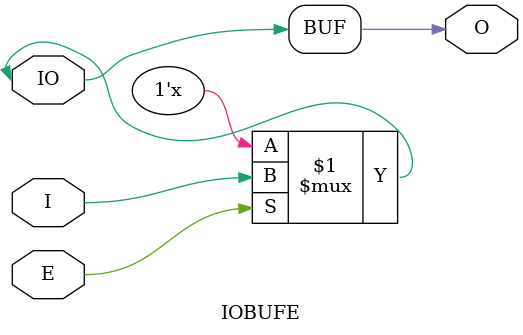
<source format=v>
module IOBUFE(input I, input E, output O, inout IO);
    assign O = IO;
    assign IO = E ? I : 1'bz;
endmodule
</source>
